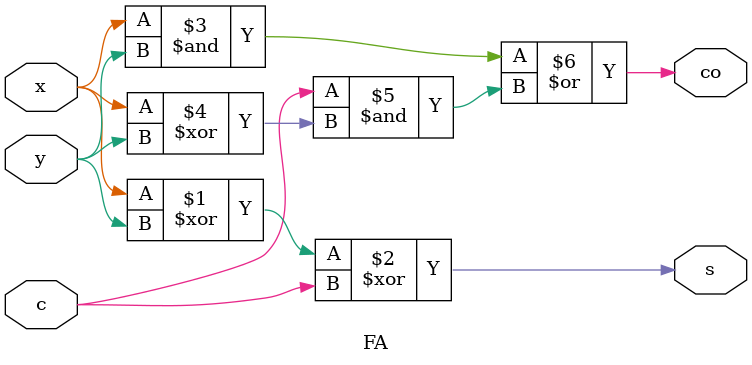
<source format=v>
module FA_using_1bitFA(a, b, cin,sum, cout);
input [3:0] a,b;
input cin;
output [3:0] sum;
output cout;
wire c1,c2,c3;
FA f1 (a[0],b[0],cin,c1,sum[0]);
FA f2 (a[1],b[1],c1,c2,sum[1]);
FA f3 (a[2],b[2],c2,c3,sum[2]);
FA f4 (a[3],b[3],c3,cout,sum[3]);
endmodule

module FA(x,y,c,co,s);
input x,y,c;
output co,s;
assign s = x^y^c;
assign co = (x&y) | (c&(x^y));
endmodule

</source>
